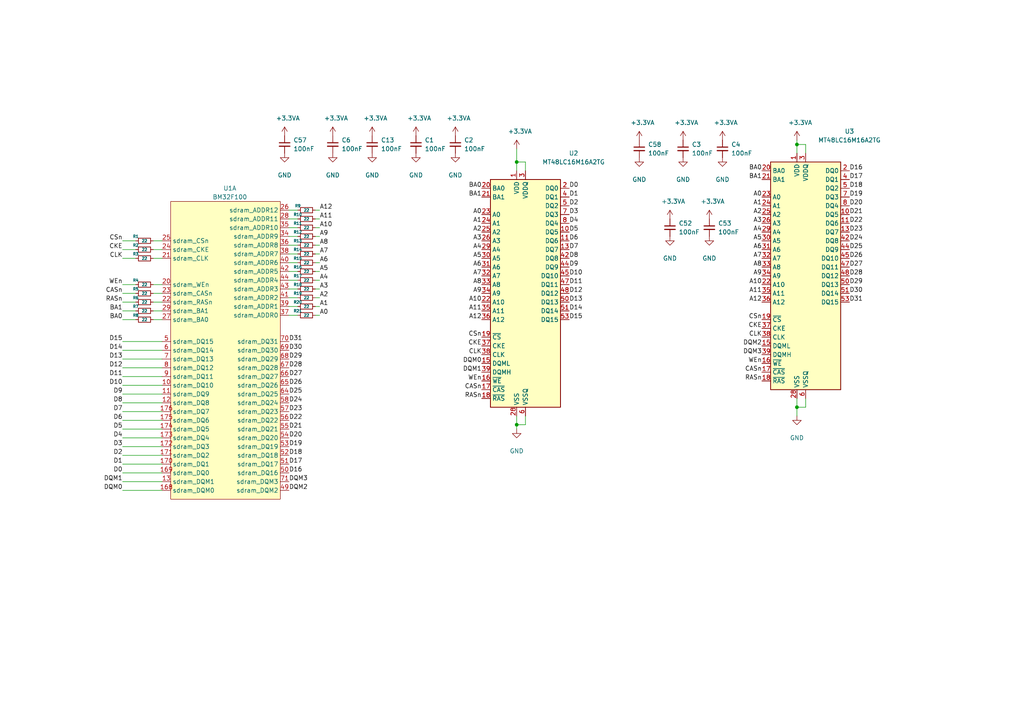
<source format=kicad_sch>
(kicad_sch (version 20211123) (generator eeschema)
  (paper "A4")
  (title_block (title "SDRAM Memory") (company "Drawn by t123yh") (comment 1 "Eval board for BM32F100"))
  (lib_symbols
    (symbol "Device:C_Small" (pin_numbers hide) (pin_names (offset 0.254) hide)
      (property "Reference" "C" (at 0.254 1.778 0))
      (property "Value" "C_Small" (at 0.254 -2.032 0))
      (symbol "C_Small_0_1"
        (polyline (pts (xy -1.524 -0.508) (xy 1.524 -0.508)) (stroke (width 0.3302)))
        (polyline (pts (xy -1.524 0.508) (xy 1.524 0.508)) (stroke (width 0.3048)))
      )
      (symbol "C_Small_1_1"
        (pin passive line (at 0 2.54 270) (length 2.032) (name "~") (number "1"))
        (pin passive line (at 0 -2.54 90) (length 2.032) (name "~") (number "2"))
      )
    )
    (symbol "Device:R_Small" (pin_numbers hide) (pin_names (offset 0.254) hide)
      (property "Reference" "R" (at 0.762 0.508 0))
      (property "Value" "R_Small" (at 0.762 -1.016 0))
      (symbol "R_Small_0_1"
        (rectangle (start -0.762 1.778) (end 0.762 -1.778) (stroke (width 0.2032)))
      )
      (symbol "R_Small_1_1"
        (pin passive line (at 0 2.54 270) (length 0.762) (name "~") (number "1"))
        (pin passive line (at 0 -2.54 90) (length 0.762) (name "~") (number "2"))
      )
    )
    (symbol "Memory_RAM:MT48LC16M16A2TG"
      (property "Reference" "U" (at -8.89 34.29 0))
      (property "Value" "MT48LC16M16A2TG" (at 8.89 34.29 0))
      (symbol "MT48LC16M16A2TG_0_1"
        (rectangle (start -10.16 33.02) (end 10.16 -33.02) (stroke (width 0.254)) (fill (type background)))
      )
      (symbol "MT48LC16M16A2TG_1_1"
        (pin power_in line (at -2.54 35.56 270) (length 2.54) (name "VDD") (number "1"))
        (pin bidirectional line (at 12.7 17.78 180) (length 2.54) (name "DQ5") (number "10"))
        (pin bidirectional line (at 12.7 15.24 180) (length 2.54) (name "DQ6") (number "11"))
        (pin passive line (at 0 -35.56 90) (length 2.54) hide (name "VSSQ") (number "12"))
        (pin bidirectional line (at 12.7 12.7 180) (length 2.54) (name "DQ7") (number "13"))
        (pin passive line (at -2.54 35.56 270) (length 2.54) hide (name "VDD") (number "14"))
        (pin input line (at -12.7 -20.32 0) (length 2.54) (name "DQML") (number "15"))
        (pin input line (at -12.7 -25.4 0) (length 2.54) (name "~{WE}") (number "16"))
        (pin input line (at -12.7 -27.94 0) (length 2.54) (name "~{CAS}") (number "17"))
        (pin input line (at -12.7 -30.48 0) (length 2.54) (name "~{RAS}") (number "18"))
        (pin input line (at -12.7 -12.7 0) (length 2.54) (name "~{CS}") (number "19"))
        (pin bidirectional line (at 12.7 30.48 180) (length 2.54) (name "DQ0") (number "2"))
        (pin input line (at -12.7 30.48 0) (length 2.54) (name "BA0") (number "20"))
        (pin input line (at -12.7 27.94 0) (length 2.54) (name "BA1") (number "21"))
        (pin input line (at -12.7 -2.54 0) (length 2.54) (name "A10") (number "22"))
        (pin input line (at -12.7 22.86 0) (length 2.54) (name "A0") (number "23"))
        (pin input line (at -12.7 20.32 0) (length 2.54) (name "A1") (number "24"))
        (pin input line (at -12.7 17.78 0) (length 2.54) (name "A2") (number "25"))
        (pin input line (at -12.7 15.24 0) (length 2.54) (name "A3") (number "26"))
        (pin passive line (at -2.54 35.56 270) (length 2.54) hide (name "VDD") (number "27"))
        (pin power_in line (at -2.54 -35.56 90) (length 2.54) (name "VSS") (number "28"))
        (pin input line (at -12.7 12.7 0) (length 2.54) (name "A4") (number "29"))
        (pin power_in line (at 0 35.56 270) (length 2.54) (name "VDDQ") (number "3"))
        (pin input line (at -12.7 10.16 0) (length 2.54) (name "A5") (number "30"))
        (pin input line (at -12.7 7.62 0) (length 2.54) (name "A6") (number "31"))
        (pin input line (at -12.7 5.08 0) (length 2.54) (name "A7") (number "32"))
        (pin input line (at -12.7 2.54 0) (length 2.54) (name "A8") (number "33"))
        (pin input line (at -12.7 0 0) (length 2.54) (name "A9") (number "34"))
        (pin input line (at -12.7 -5.08 0) (length 2.54) (name "A11") (number "35"))
        (pin input line (at -12.7 -7.62 0) (length 2.54) (name "A12") (number "36"))
        (pin input line (at -12.7 -15.24 0) (length 2.54) (name "CKE") (number "37"))
        (pin input line (at -12.7 -17.78 0) (length 2.54) (name "CLK") (number "38"))
        (pin input line (at -12.7 -22.86 0) (length 2.54) (name "DQMH") (number "39"))
        (pin bidirectional line (at 12.7 27.94 180) (length 2.54) (name "DQ1") (number "4"))
        (pin no_connect line (at 10.16 -20.32 180) (length 2.54) hide (name "NC") (number "40"))
        (pin passive line (at -2.54 -35.56 90) (length 2.54) hide (name "VSS") (number "41"))
        (pin bidirectional line (at 12.7 10.16 180) (length 2.54) (name "DQ8") (number "42"))
        (pin passive line (at 0 35.56 270) (length 2.54) hide (name "VDDQ") (number "43"))
        (pin bidirectional line (at 12.7 7.62 180) (length 2.54) (name "DQ9") (number "44"))
        (pin bidirectional line (at 12.7 5.08 180) (length 2.54) (name "DQ10") (number "45"))
        (pin passive line (at 0 -35.56 90) (length 2.54) hide (name "VSSQ") (number "46"))
        (pin bidirectional line (at 12.7 2.54 180) (length 2.54) (name "DQ11") (number "47"))
        (pin bidirectional line (at 12.7 0 180) (length 2.54) (name "DQ12") (number "48"))
        (pin passive line (at 0 35.56 270) (length 2.54) hide (name "VDDQ") (number "49"))
        (pin bidirectional line (at 12.7 25.4 180) (length 2.54) (name "DQ2") (number "5"))
        (pin bidirectional line (at 12.7 -2.54 180) (length 2.54) (name "DQ13") (number "50"))
        (pin bidirectional line (at 12.7 -5.08 180) (length 2.54) (name "DQ14") (number "51"))
        (pin passive line (at 0 -35.56 90) (length 2.54) hide (name "VSSQ") (number "52"))
        (pin bidirectional line (at 12.7 -7.62 180) (length 2.54) (name "DQ15") (number "53"))
        (pin passive line (at -2.54 -35.56 90) (length 2.54) hide (name "VSS") (number "54"))
        (pin power_in line (at 0 -35.56 90) (length 2.54) (name "VSSQ") (number "6"))
        (pin bidirectional line (at 12.7 22.86 180) (length 2.54) (name "DQ3") (number "7"))
        (pin bidirectional line (at 12.7 20.32 180) (length 2.54) (name "DQ4") (number "8"))
        (pin passive line (at 0 35.56 270) (length 2.54) hide (name "VDDQ") (number "9"))
      )
    )
    (symbol "power:+3.3VA" (power) (pin_names (offset 0))
      (property "Value" "+3.3VA" (at 0 3.556 0))
      (symbol "+3.3VA_0_1"
        (polyline (pts (xy -0.762 1.27) (xy 0 2.54)))
        (polyline (pts (xy 0 0) (xy 0 2.54)))
        (polyline (pts (xy 0 2.54) (xy 0.762 1.27)))
      )
      (symbol "+3.3VA_1_1"
        (pin power_in line (at 0 0 90) (length 0) hide (name "+3.3VA") (number "1"))
      )
    )
    (symbol "power:GND" (power) (pin_names (offset 0))
      (property "Value" "GND" (at 0 -3.81 0))
      (symbol "GND_0_1"
        (polyline (pts (xy 0 0) (xy 0 -1.27) (xy 1.27 -1.27) (xy 0 -2.54) (xy -1.27 -1.27) (xy 0 -1.27)))
      )
      (symbol "GND_1_1"
        (pin power_in line (at 0 0 270) (length 0) hide (name "GND") (number "1"))
      )
    )
    (symbol "t123yh_lib2:BM32F100"
      (property "Reference" "U" (at 0 7.62 0))
      (property "Value" "BM32F100" (at 0 5.08 0))
      (symbol "BM32F100_1_1"
        (rectangle (start -17.78 0) (end 13.97 -86.36) (stroke (width 0.1524)) (fill (type background)))
        (pin input line (at -20.32 -53.34 0) (length 2.54) (name "sdram_DQ10") (number "10"))
        (pin input line (at -20.32 -55.88 0) (length 2.54) (name "sdram_DQ9") (number "11"))
        (pin input line (at -20.32 -58.42 0) (length 2.54) (name "sdram_DQ8") (number "12"))
        (pin input line (at -20.32 -81.28 0) (length 2.54) (name "sdram_DQM1") (number "13"))
        (pin input line (at -20.32 -83.82 0) (length 2.54) (name "sdram_DQM0") (number "168"))
        (pin input line (at -20.32 -78.74 0) (length 2.54) (name "sdram_DQ0") (number "169"))
        (pin input line (at -20.32 -76.2 0) (length 2.54) (name "sdram_DQ1") (number "170"))
        (pin input line (at -20.32 -73.66 0) (length 2.54) (name "sdram_DQ2") (number "171"))
        (pin input line (at -20.32 -71.12 0) (length 2.54) (name "sdram_DQ3") (number "172"))
        (pin input line (at -20.32 -68.58 0) (length 2.54) (name "sdram_DQ4") (number "173"))
        (pin input line (at -20.32 -66.04 0) (length 2.54) (name "sdram_DQ5") (number "174"))
        (pin input line (at -20.32 -63.5 0) (length 2.54) (name "sdram_DQ6") (number "175"))
        (pin input line (at -20.32 -60.96 0) (length 2.54) (name "sdram_DQ7") (number "176"))
        (pin input line (at -20.32 -24.13 0) (length 2.54) (name "sdram_WEn") (number "20"))
        (pin input line (at -20.32 -16.51 0) (length 2.54) (name "sdram_CLK") (number "21"))
        (pin input line (at -20.32 -29.21 0) (length 2.54) (name "sdram_RASn") (number "22"))
        (pin input line (at -20.32 -26.67 0) (length 2.54) (name "sdram_CASn") (number "23"))
        (pin input line (at -20.32 -13.97 0) (length 2.54) (name "sdram_CKE") (number "24"))
        (pin input line (at -20.32 -11.43 0) (length 2.54) (name "sdram_CSn") (number "25"))
        (pin input line (at 16.51 -2.54 180) (length 2.54) (name "sdram_ADDR12") (number "26"))
        (pin input line (at -20.32 -34.29 0) (length 2.54) (name "sdram_BA0") (number "27"))
        (pin input line (at 16.51 -5.08 180) (length 2.54) (name "sdram_ADDR11") (number "28"))
        (pin input line (at -20.32 -31.75 0) (length 2.54) (name "sdram_BA1") (number "29"))
        (pin input line (at 16.51 -10.16 180) (length 2.54) (name "sdram_ADDR9") (number "34"))
        (pin input line (at 16.51 -7.62 180) (length 2.54) (name "sdram_ADDR10") (number "35"))
        (pin input line (at 16.51 -12.7 180) (length 2.54) (name "sdram_ADDR8") (number "36"))
        (pin input line (at 16.51 -33.02 180) (length 2.54) (name "sdram_ADDR0") (number "37"))
        (pin input line (at 16.51 -15.24 180) (length 2.54) (name "sdram_ADDR7") (number "38"))
        (pin input line (at 16.51 -30.48 180) (length 2.54) (name "sdram_ADDR1") (number "39"))
        (pin input line (at 16.51 -17.78 180) (length 2.54) (name "sdram_ADDR6") (number "40"))
        (pin input line (at 16.51 -27.94 180) (length 2.54) (name "sdram_ADDR2") (number "41"))
        (pin input line (at 16.51 -20.32 180) (length 2.54) (name "sdram_ADDR5") (number "42"))
        (pin input line (at 16.51 -25.4 180) (length 2.54) (name "sdram_ADDR3") (number "43"))
        (pin input line (at 16.51 -22.86 180) (length 2.54) (name "sdram_ADDR4") (number "44"))
        (pin input line (at 16.51 -83.82 180) (length 2.54) (name "sdram_DQM2") (number "49"))
        (pin input line (at -20.32 -40.64 0) (length 2.54) (name "sdram_DQ15") (number "5"))
        (pin input line (at 16.51 -78.74 180) (length 2.54) (name "sdram_DQ16") (number "50"))
        (pin input line (at 16.51 -76.2 180) (length 2.54) (name "sdram_DQ17") (number "51"))
        (pin input line (at 16.51 -73.66 180) (length 2.54) (name "sdram_DQ18") (number "52"))
        (pin input line (at 16.51 -71.12 180) (length 2.54) (name "sdram_DQ19") (number "53"))
        (pin input line (at 16.51 -68.58 180) (length 2.54) (name "sdram_DQ20") (number "54"))
        (pin input line (at 16.51 -66.04 180) (length 2.54) (name "sdram_DQ21") (number "55"))
        (pin input line (at 16.51 -63.5 180) (length 2.54) (name "sdram_DQ22") (number "56"))
        (pin input line (at 16.51 -60.96 180) (length 2.54) (name "sdram_DQ23") (number "57"))
        (pin input line (at 16.51 -58.42 180) (length 2.54) (name "sdram_DQ24") (number "58"))
        (pin input line (at -20.32 -43.18 0) (length 2.54) (name "sdram_DQ14") (number "6"))
        (pin input line (at 16.51 -55.88 180) (length 2.54) (name "sdram_DQ25") (number "64"))
        (pin input line (at 16.51 -53.34 180) (length 2.54) (name "sdram_DQ26") (number "65"))
        (pin input line (at 16.51 -50.8 180) (length 2.54) (name "sdram_DQ27") (number "66"))
        (pin input line (at 16.51 -48.26 180) (length 2.54) (name "sdram_DQ28") (number "67"))
        (pin input line (at 16.51 -45.72 180) (length 2.54) (name "sdram_DQ29") (number "68"))
        (pin input line (at 16.51 -43.18 180) (length 2.54) (name "sdram_DQ30") (number "69"))
        (pin input line (at -20.32 -45.72 0) (length 2.54) (name "sdram_DQ13") (number "7"))
        (pin input line (at 16.51 -40.64 180) (length 2.54) (name "sdram_DQ31") (number "70"))
        (pin input line (at 16.51 -81.28 180) (length 2.54) (name "sdram_DQM3") (number "71"))
        (pin input line (at -20.32 -48.26 0) (length 2.54) (name "sdram_DQ12") (number "8"))
        (pin input line (at -20.32 -50.8 0) (length 2.54) (name "sdram_DQ11") (number "9"))
      )
      (symbol "BM32F100_2_1"
        (rectangle (start -11.43 0) (end 10.16 -27.94) (stroke (width 0.1524)) (fill (type background)))
        (pin input line (at -13.97 -20.32 0) (length 2.54) (name "I2C_M_SCL") (number "120"))
        (pin input line (at -13.97 -22.86 0) (length 2.54) (name "I2C_M_SDA") (number "121"))
        (pin input line (at 12.7 -10.16 180) (length 2.54) (name "SPI_CLK") (number "142"))
        (pin input line (at 12.7 -17.78 180) (length 2.54) (name "SPI_CS0") (number "143"))
        (pin input line (at 12.7 -20.32 180) (length 2.54) (name "SPI_CS1") (number "144"))
        (pin input line (at 12.7 -22.86 180) (length 2.54) (name "SPI_CS2") (number "145"))
        (pin input line (at 12.7 -25.4 180) (length 2.54) (name "SPI_CS3") (number "146"))
        (pin input line (at 12.7 -15.24 180) (length 2.54) (name "SPI_MISO") (number "152"))
        (pin input line (at 12.7 -12.7 180) (length 2.54) (name "SPI_MOSI") (number "153"))
        (pin input line (at 12.7 -5.08 180) (length 2.54) (name "UART_RX") (number "72"))
        (pin input line (at 12.7 -2.54 180) (length 2.54) (name "UART_TX") (number "73"))
        (pin input line (at -13.97 -2.54 0) (length 2.54) (name "SD_DAT0") (number "78"))
        (pin input line (at -13.97 -5.08 0) (length 2.54) (name "SD_DAT1") (number "79"))
        (pin input line (at -13.97 -7.62 0) (length 2.54) (name "SD_DAT2") (number "80"))
        (pin input line (at -13.97 -10.16 0) (length 2.54) (name "SD_DAT3") (number "81"))
        (pin input line (at -13.97 -12.7 0) (length 2.54) (name "SD_CMD") (number "82"))
        (pin input line (at -13.97 -15.24 0) (length 2.54) (name "SD_CLK") (number "83"))
      )
      (symbol "BM32F100_3_1"
        (rectangle (start -11.43 0) (end 3.81 -33.02) (stroke (width 0.1524)) (fill (type background)))
        (pin input line (at 6.35 -22.86 180) (length 2.54) (name "ULPI_DAT7") (number "84"))
        (pin input line (at 6.35 -20.32 180) (length 2.54) (name "ULPI_DAT6") (number "85"))
        (pin input line (at 6.35 -17.78 180) (length 2.54) (name "ULPI_DAT5") (number "86"))
        (pin input line (at 6.35 -15.24 180) (length 2.54) (name "ULPI_DAT4") (number "87"))
        (pin input line (at 6.35 -12.7 180) (length 2.54) (name "ULPI_DAT3") (number "88"))
        (pin input line (at 6.35 -10.16 180) (length 2.54) (name "ULPI_DAT2") (number "93"))
        (pin input line (at 6.35 -7.62 180) (length 2.54) (name "ULPI_DAT1") (number "94"))
        (pin input line (at 6.35 -5.08 180) (length 2.54) (name "ULPI_DAT0") (number "95"))
        (pin input line (at 6.35 -30.48 180) (length 2.54) (name "ULPI_nxt") (number "96"))
        (pin input line (at 6.35 -2.54 180) (length 2.54) (name "ULPI_clk") (number "97"))
        (pin input line (at 6.35 -25.4 180) (length 2.54) (name "ULPI_dir") (number "98"))
        (pin input line (at 6.35 -27.94 180) (length 2.54) (name "ULPI_stp") (number "99"))
      )
      (symbol "BM32F100_4_1"
        (rectangle (start -10.16 0) (end 7.62 -33.02) (stroke (width 0.1524)) (fill (type background)))
        (pin input line (at 10.16 -5.08 180) (length 2.54) (name "RMII_TXD1") (number "154"))
        (pin input line (at 10.16 -2.54 180) (length 2.54) (name "RMII_TXD0") (number "155"))
        (pin input line (at 10.16 -7.62 180) (length 2.54) (name "RMII_TX_EN") (number "156"))
        (pin input line (at 10.16 -30.48 180) (length 2.54) (name "RMII_REF_CLK") (number "157"))
        (pin input line (at 10.16 -22.86 180) (length 2.54) (name "RMII_MDC") (number "158"))
        (pin input line (at 10.16 -20.32 180) (length 2.54) (name "RMII_MDIO") (number "159"))
        (pin input line (at 10.16 -15.24 180) (length 2.54) (name "RMII_RX_ERR") (number "160"))
        (pin input line (at 10.16 -17.78 180) (length 2.54) (name "RMII_CRS_RXDV") (number "161"))
        (pin input line (at 10.16 -10.16 180) (length 2.54) (name "RMII_RXD0") (number "166"))
        (pin input line (at 10.16 -12.7 180) (length 2.54) (name "RMII_RXD1") (number "167"))
      )
      (symbol "BM32F100_5_1"
        (rectangle (start -6.35 0) (end 8.89 -20.32) (stroke (width 0.1524)) (fill (type background)))
        (pin input line (at -8.89 -2.54 0) (length 2.54) (name "CLK_25m") (number "137"))
        (pin input line (at -8.89 -17.78 0) (length 2.54) (name "SYS_RSTn") (number "138"))
        (pin input line (at -8.89 -15.24 0) (length 2.54) (name "CTRL_RSTn") (number "139"))
        (pin input line (at -8.89 -10.16 0) (length 2.54) (name "I2C_C_SDA") (number "140"))
        (pin input line (at -8.89 -7.62 0) (length 2.54) (name "I2C_C_SCL") (number "141"))
      )
      (symbol "BM32F100_6_1"
        (rectangle (start -6.35 0) (end 5.08 -22.86) (stroke (width 0.1524)) (fill (type background)))
        (pin input line (at -8.89 -2.54 0) (length 2.54) (name "GPIO0") (number "103"))
        (pin input line (at -8.89 -5.08 0) (length 2.54) (name "GPIO1") (number "104"))
        (pin input line (at -8.89 -7.62 0) (length 2.54) (name "GPIO2") (number "105"))
        (pin input line (at -8.89 -10.16 0) (length 2.54) (name "GPIO3") (number "106"))
        (pin input line (at -8.89 -12.7 0) (length 2.54) (name "GPIO4") (number "111"))
        (pin input line (at -8.89 -15.24 0) (length 2.54) (name "GPIO5") (number "112"))
        (pin input line (at -8.89 -17.78 0) (length 2.54) (name "GPIO6") (number "113"))
        (pin input line (at -8.89 -20.32 0) (length 2.54) (name "GPIO7") (number "114"))
      )
      (symbol "BM32F100_7_1"
        (rectangle (start -3.81 0) (end 10.16 -25.4) (stroke (width 0.1524)) (fill (type background)))
        (pin input line (at -6.35 -2.54 0) (length 2.54) (name "DBG_CLK") (number "115"))
        (pin input line (at -6.35 -5.08 0) (length 2.54) (name "DBG_dat0") (number "116"))
        (pin input line (at -6.35 -7.62 0) (length 2.54) (name "DBG_dat1") (number "117"))
        (pin input line (at -6.35 -10.16 0) (length 2.54) (name "DBG_dat2") (number "118"))
        (pin input line (at -6.35 -12.7 0) (length 2.54) (name "DBG_dat3") (number "119"))
        (pin input line (at -6.35 -17.78 0) (length 2.54) (name "CPU_GRST") (number "122"))
        (pin input line (at -6.35 -20.32 0) (length 2.54) (name "CPU_RSTn") (number "123"))
        (pin input line (at -6.35 -22.86 0) (length 2.54) (name "SoC_RSTn") (number "124"))
      )
      (symbol "BM32F100_8_1"
        (rectangle (start -10.16 -1.27) (end 11.43 -82.55) (stroke (width 0.1524)) (fill (type background)))
        (pin input line (at -12.7 -77.47 0) (length 2.54) (name "VSSIO") (number "1"))
        (pin input line (at 13.97 -16.51 180) (length 2.54) (name "VDD") (number "107"))
        (pin input line (at -12.7 -29.21 0) (length 2.54) (name "VSS") (number "108"))
        (pin input line (at 13.97 -62.23 180) (length 2.54) (name "VDDIO") (number "109"))
        (pin input line (at -12.7 -31.75 0) (length 2.54) (name "VSSIO") (number "110"))
        (pin input line (at 13.97 -19.05 180) (length 2.54) (name "VDD") (number "125"))
        (pin input line (at -12.7 -34.29 0) (length 2.54) (name "VSS") (number "126"))
        (pin input line (at 13.97 -64.77 180) (length 2.54) (name "VDDIO") (number "127"))
        (pin input line (at -12.7 -36.83 0) (length 2.54) (name "VSSIO") (number "128"))
        (pin input line (at -12.7 -39.37 0) (length 2.54) (name "AVSS") (number "129"))
        (pin input line (at 13.97 -41.91 180) (length 2.54) (name "AVDD") (number "130"))
        (pin input line (at -12.7 -41.91 0) (length 2.54) (name "AVSS") (number "131"))
        (pin input line (at 13.97 -44.45 180) (length 2.54) (name "AVDD") (number "132"))
        (pin input line (at 13.97 -8.89 180) (length 2.54) (name "VDD") (number "133"))
        (pin input line (at -12.7 -19.05 0) (length 2.54) (name "VSS") (number "134"))
        (pin input line (at 13.97 -54.61 180) (length 2.54) (name "VDDIO") (number "135"))
        (pin input line (at -12.7 -16.51 0) (length 2.54) (name "VSSIO") (number "136"))
        (pin input line (at -12.7 -72.39 0) (length 2.54) (name "VSSIO") (number "14"))
        (pin input line (at 13.97 -6.35 180) (length 2.54) (name "VDD") (number "147"))
        (pin input line (at -12.7 -13.97 0) (length 2.54) (name "VSS") (number "148"))
        (pin input line (at -12.7 -11.43 0) (length 2.54) (name "VSS") (number "149"))
        (pin input line (at 13.97 -77.47 180) (length 2.54) (name "VDDIO") (number "15"))
        (pin input line (at 13.97 -52.07 180) (length 2.54) (name "VDDIO") (number "150"))
        (pin input line (at -12.7 -8.89 0) (length 2.54) (name "VSSIO") (number "151"))
        (pin input line (at -12.7 -69.85 0) (length 2.54) (name "VSS") (number "16"))
        (pin input line (at 13.97 -3.81 180) (length 2.54) (name "VDD") (number "162"))
        (pin input line (at -12.7 -6.35 0) (length 2.54) (name "VSS") (number "163"))
        (pin input line (at 13.97 -49.53 180) (length 2.54) (name "VDDIO") (number "164"))
        (pin input line (at -12.7 -3.81 0) (length 2.54) (name "VSSIO") (number "165"))
        (pin input line (at -12.7 -67.31 0) (length 2.54) (name "VSS") (number "17"))
        (pin input line (at 13.97 -34.29 180) (length 2.54) (name "VDD") (number "18"))
        (pin input line (at 13.97 -31.75 180) (length 2.54) (name "VDD") (number "19"))
        (pin input line (at 13.97 -80.01 180) (length 2.54) (name "VDDIO") (number "2"))
        (pin input line (at -12.7 -74.93 0) (length 2.54) (name "VSS") (number "3"))
        (pin input line (at -12.7 -64.77 0) (length 2.54) (name "VSS") (number "30"))
        (pin input line (at 13.97 -29.21 180) (length 2.54) (name "VDD") (number "31"))
        (pin input line (at -12.7 -62.23 0) (length 2.54) (name "VSSIO") (number "32"))
        (pin input line (at 13.97 -74.93 180) (length 2.54) (name "VDDIO") (number "33"))
        (pin input line (at 13.97 -36.83 180) (length 2.54) (name "VDD") (number "4"))
        (pin input line (at -12.7 -59.69 0) (length 2.54) (name "VSSIO") (number "45"))
        (pin input line (at 13.97 -72.39 180) (length 2.54) (name "VDDIO") (number "46"))
        (pin input line (at -12.7 -57.15 0) (length 2.54) (name "VSS") (number "47"))
        (pin input line (at 13.97 -26.67 180) (length 2.54) (name "VDD") (number "48"))
        (pin input line (at -12.7 -54.61 0) (length 2.54) (name "VSSIO") (number "59"))
        (pin input line (at 13.97 -69.85 180) (length 2.54) (name "VDDIO") (number "60"))
        (pin input line (at -12.7 -52.07 0) (length 2.54) (name "VSS") (number "61"))
        (pin input line (at -12.7 -49.53 0) (length 2.54) (name "VSS") (number "62"))
        (pin input line (at 13.97 -24.13 180) (length 2.54) (name "VDD") (number "63"))
        (pin input line (at -12.7 -46.99 0) (length 2.54) (name "VSSIO") (number "74"))
        (pin input line (at 13.97 -67.31 180) (length 2.54) (name "VDDIO") (number "75"))
        (pin input line (at -12.7 -44.45 0) (length 2.54) (name "VSS") (number "76"))
        (pin input line (at 13.97 -21.59 180) (length 2.54) (name "VDD") (number "77"))
        (pin input line (at 13.97 -11.43 180) (length 2.54) (name "VDD") (number "89"))
        (pin input line (at -12.7 -21.59 0) (length 2.54) (name "VSS") (number "90"))
        (pin input line (at 13.97 -57.15 180) (length 2.54) (name "VDDIO") (number "91"))
        (pin input line (at -12.7 -24.13 0) (length 2.54) (name "VSSIO") (number "92"))
      )
      (symbol "BM32F100_9_1"
        (rectangle (start 3.81 0) (end -11.43 -12.7) (stroke (width 0.1524)) (fill (type background)))
        (pin input line (at 6.35 -10.16 180) (length 2.54) (name "CDBUS_TX") (number "100"))
        (pin input line (at 6.35 -7.62 180) (length 2.54) (name "CDBUS_TX_EN") (number "101"))
        (pin input line (at 6.35 -2.54 180) (length 2.54) (name "CDBUS_RX") (number "102"))
      )
    )
  )
  (junction (at 149.86 46.99))
  (junction (at 149.86 123.19))
  (junction (at 231.14 41.91))
  (junction (at 231.14 118.11))
  (wire (pts (xy 233.68 118.11) (xy 231.14 118.11)))
  (wire (pts (xy 35.56 142.24) (xy 46.99 142.24)))
  (wire (pts (xy 83.82 71.12) (xy 86.36 71.12)))
  (wire (pts (xy 231.14 115.57) (xy 231.14 118.11)))
  (wire (pts (xy 83.82 78.74) (xy 86.36 78.74)))
  (wire (pts (xy 44.45 87.63) (xy 46.99 87.63)))
  (wire (pts (xy 44.45 92.71) (xy 46.99 92.71)))
  (wire (pts (xy 91.44 78.74) (xy 92.71 78.74)))
  (wire (pts (xy 91.44 76.2) (xy 92.71 76.2)))
  (wire (pts (xy 152.4 123.19) (xy 149.86 123.19)))
  (wire (pts (xy 233.68 44.45) (xy 233.68 41.91)))
  (wire (pts (xy 149.86 43.18) (xy 149.86 46.99)))
  (wire (pts (xy 231.14 41.91) (xy 233.68 41.91)))
  (wire (pts (xy 83.82 73.66) (xy 86.36 73.66)))
  (wire (pts (xy 149.86 46.99) (xy 149.86 49.53)))
  (wire (pts (xy 35.56 74.93) (xy 39.37 74.93)))
  (wire (pts (xy 35.56 92.71) (xy 39.37 92.71)))
  (wire (pts (xy 35.56 116.84) (xy 46.99 116.84)))
  (wire (pts (xy 91.44 73.66) (xy 92.71 73.66)))
  (wire (pts (xy 83.82 83.82) (xy 86.36 83.82)))
  (wire (pts (xy 83.82 81.28) (xy 86.36 81.28)))
  (wire (pts (xy 35.56 134.62) (xy 46.99 134.62)))
  (wire (pts (xy 231.14 118.11) (xy 231.14 120.65)))
  (wire (pts (xy 35.56 127) (xy 46.99 127)))
  (wire (pts (xy 83.82 88.9) (xy 86.36 88.9)))
  (wire (pts (xy 91.44 71.12) (xy 92.71 71.12)))
  (wire (pts (xy 91.44 88.9) (xy 92.71 88.9)))
  (wire (pts (xy 83.82 60.96) (xy 86.36 60.96)))
  (wire (pts (xy 91.44 63.5) (xy 92.71 63.5)))
  (wire (pts (xy 233.68 115.57) (xy 233.68 118.11)))
  (wire (pts (xy 91.44 83.82) (xy 92.71 83.82)))
  (wire (pts (xy 44.45 82.55) (xy 46.99 82.55)))
  (wire (pts (xy 83.82 66.04) (xy 86.36 66.04)))
  (wire (pts (xy 35.56 119.38) (xy 46.99 119.38)))
  (wire (pts (xy 35.56 87.63) (xy 39.37 87.63)))
  (wire (pts (xy 35.56 106.68) (xy 46.99 106.68)))
  (wire (pts (xy 44.45 85.09) (xy 46.99 85.09)))
  (wire (pts (xy 83.82 86.36) (xy 86.36 86.36)))
  (wire (pts (xy 35.56 72.39) (xy 39.37 72.39)))
  (wire (pts (xy 35.56 69.85) (xy 39.37 69.85)))
  (wire (pts (xy 35.56 139.7) (xy 46.99 139.7)))
  (wire (pts (xy 91.44 60.96) (xy 92.71 60.96)))
  (wire (pts (xy 83.82 63.5) (xy 86.36 63.5)))
  (wire (pts (xy 44.45 90.17) (xy 46.99 90.17)))
  (wire (pts (xy 35.56 129.54) (xy 46.99 129.54)))
  (wire (pts (xy 35.56 104.14) (xy 46.99 104.14)))
  (wire (pts (xy 44.45 69.85) (xy 46.99 69.85)))
  (wire (pts (xy 35.56 99.06) (xy 46.99 99.06)))
  (wire (pts (xy 83.82 76.2) (xy 86.36 76.2)))
  (wire (pts (xy 35.56 121.92) (xy 46.99 121.92)))
  (wire (pts (xy 35.56 132.08) (xy 46.99 132.08)))
  (wire (pts (xy 91.44 86.36) (xy 92.71 86.36)))
  (wire (pts (xy 35.56 85.09) (xy 39.37 85.09)))
  (wire (pts (xy 149.86 120.65) (xy 149.86 123.19)))
  (wire (pts (xy 35.56 82.55) (xy 39.37 82.55)))
  (wire (pts (xy 91.44 91.44) (xy 92.71 91.44)))
  (wire (pts (xy 231.14 40.64) (xy 231.14 41.91)))
  (wire (pts (xy 35.56 90.17) (xy 39.37 90.17)))
  (wire (pts (xy 44.45 74.93) (xy 46.99 74.93)))
  (wire (pts (xy 152.4 49.53) (xy 152.4 46.99)))
  (wire (pts (xy 149.86 123.19) (xy 149.86 124.46)))
  (wire (pts (xy 231.14 41.91) (xy 231.14 44.45)))
  (wire (pts (xy 91.44 81.28) (xy 92.71 81.28)))
  (wire (pts (xy 152.4 120.65) (xy 152.4 123.19)))
  (wire (pts (xy 35.56 114.3) (xy 46.99 114.3)))
  (wire (pts (xy 91.44 66.04) (xy 92.71 66.04)))
  (wire (pts (xy 152.4 46.99) (xy 149.86 46.99)))
  (wire (pts (xy 35.56 137.16) (xy 46.99 137.16)))
  (wire (pts (xy 44.45 72.39) (xy 46.99 72.39)))
  (wire (pts (xy 35.56 111.76) (xy 46.99 111.76)))
  (wire (pts (xy 83.82 68.58) (xy 86.36 68.58)))
  (wire (pts (xy 91.44 68.58) (xy 92.71 68.58)))
  (wire (pts (xy 83.82 91.44) (xy 86.36 91.44)))
  (wire (pts (xy 35.56 101.6) (xy 46.99 101.6)))
  (wire (pts (xy 35.56 124.46) (xy 46.99 124.46)))
  (wire (pts (xy 35.56 109.22) (xy 46.99 109.22)))
  (label "D3" (at 165.1 62.23 0))
  (label "BA1" (at 220.98 52.07 180))
  (label "CKE" (at 139.7 100.33 180))
  (label "D27" (at 246.38 77.47 0))
  (label "WEn" (at 139.7 110.49 180))
  (label "D15" (at 165.1 92.71 0))
  (label "D3" (at 35.56 129.54 180))
  (label "D2" (at 35.56 132.08 180))
  (label "A9" (at 220.98 80.01 180))
  (label "A0" (at 92.71 91.44 0))
  (label "D25" (at 246.38 72.39 0))
  (label "D8" (at 35.56 116.84 180))
  (label "CSn" (at 220.98 92.71 180))
  (label "CASn" (at 220.98 107.95 180))
  (label "D26" (at 83.82 111.76 0))
  (label "D15" (at 35.56 99.06 180))
  (label "D21" (at 83.82 124.46 0))
  (label "A12" (at 92.71 60.96 0))
  (label "D7" (at 165.1 72.39 0))
  (label "D31" (at 246.38 87.63 0))
  (label "D5" (at 35.56 124.46 180))
  (label "D17" (at 246.38 52.07 0))
  (label "A4" (at 220.98 67.31 180))
  (label "A7" (at 220.98 74.93 180))
  (label "D27" (at 83.82 109.22 0))
  (label "D26" (at 246.38 74.93 0))
  (label "D1" (at 165.1 57.15 0))
  (label "A6" (at 220.98 72.39 180))
  (label "D23" (at 83.82 119.38 0))
  (label "D13" (at 35.56 104.14 180))
  (label "A2" (at 92.71 86.36 0))
  (label "D2" (at 165.1 59.69 0))
  (label "D9" (at 165.1 77.47 0))
  (label "D11" (at 165.1 82.55 0))
  (label "D30" (at 246.38 85.09 0))
  (label "D30" (at 83.82 101.6 0))
  (label "A0" (at 139.7 62.23 180))
  (label "D23" (at 246.38 67.31 0))
  (label "D6" (at 165.1 69.85 0))
  (label "BA1" (at 35.56 90.17 180))
  (label "D11" (at 35.56 109.22 180))
  (label "D10" (at 35.56 111.76 180))
  (label "D28" (at 246.38 80.01 0))
  (label "D21" (at 246.38 62.23 0))
  (label "CSn" (at 139.7 97.79 180))
  (label "DQM1" (at 139.7 107.95 180))
  (label "DQM3" (at 220.98 102.87 180))
  (label "RASn" (at 139.7 115.57 180))
  (label "D4" (at 35.56 127 180))
  (label "D5" (at 165.1 67.31 0))
  (label "D12" (at 35.56 106.68 180))
  (label "D18" (at 246.38 54.61 0))
  (label "RASn" (at 35.56 87.63 180))
  (label "A1" (at 139.7 64.77 180))
  (label "D22" (at 246.38 64.77 0))
  (label "CLK" (at 139.7 102.87 180))
  (label "D19" (at 83.82 129.54 0))
  (label "A2" (at 220.98 62.23 180))
  (label "A12" (at 220.98 87.63 180))
  (label "A1" (at 92.71 88.9 0))
  (label "A3" (at 220.98 64.77 180))
  (label "A0" (at 220.98 57.15 180))
  (label "BA0" (at 220.98 49.53 180))
  (label "A7" (at 92.71 73.66 0))
  (label "A6" (at 139.7 77.47 180))
  (label "DQM2" (at 220.98 100.33 180))
  (label "D10" (at 165.1 80.01 0))
  (label "A6" (at 92.71 76.2 0))
  (label "CKE" (at 220.98 95.25 180))
  (label "A8" (at 92.71 71.12 0))
  (label "D24" (at 246.38 69.85 0))
  (label "D14" (at 35.56 101.6 180))
  (label "DQM1" (at 35.56 139.7 180))
  (label "A11" (at 220.98 85.09 180))
  (label "A3" (at 139.7 69.85 180))
  (label "D19" (at 246.38 57.15 0))
  (label "A10" (at 92.71 66.04 0))
  (label "A5" (at 92.71 78.74 0))
  (label "CKE" (at 35.56 72.39 180))
  (label "A10" (at 220.98 82.55 180))
  (label "D20" (at 246.38 59.69 0))
  (label "BA1" (at 139.7 57.15 180))
  (label "CASn" (at 139.7 113.03 180))
  (label "D20" (at 83.82 127 0))
  (label "CLK" (at 220.98 97.79 180))
  (label "A2" (at 139.7 67.31 180))
  (label "CSn" (at 35.56 69.85 180))
  (label "A8" (at 139.7 82.55 180))
  (label "D9" (at 35.56 114.3 180))
  (label "WEn" (at 35.56 82.55 180))
  (label "D12" (at 165.1 85.09 0))
  (label "D1" (at 35.56 134.62 180))
  (label "D31" (at 83.82 99.06 0))
  (label "D25" (at 83.82 114.3 0))
  (label "CLK" (at 35.56 74.93 180))
  (label "A10" (at 139.7 87.63 180))
  (label "D29" (at 246.38 82.55 0))
  (label "A4" (at 92.71 81.28 0))
  (label "D4" (at 165.1 64.77 0))
  (label "D17" (at 83.82 134.62 0))
  (label "A8" (at 220.98 77.47 180))
  (label "D28" (at 83.82 106.68 0))
  (label "RASn" (at 220.98 110.49 180))
  (label "D8" (at 165.1 74.93 0))
  (label "D13" (at 165.1 87.63 0))
  (label "DQM0" (at 35.56 142.24 180))
  (label "DQM2" (at 83.82 142.24 0))
  (label "A12" (at 139.7 92.71 180))
  (label "A7" (at 139.7 80.01 180))
  (label "A3" (at 92.71 83.82 0))
  (label "A5" (at 139.7 74.93 180))
  (label "D22" (at 83.82 121.92 0))
  (label "A5" (at 220.98 69.85 180))
  (label "D6" (at 35.56 121.92 180))
  (label "D7" (at 35.56 119.38 180))
  (label "CASn" (at 35.56 85.09 180))
  (label "D0" (at 165.1 54.61 0))
  (label "A1" (at 220.98 59.69 180))
  (label "A4" (at 139.7 72.39 180))
  (label "D18" (at 83.82 132.08 0))
  (label "BA0" (at 35.56 92.71 180))
  (label "A9" (at 139.7 85.09 180))
  (label "D0" (at 35.56 137.16 180))
  (label "A9" (at 92.71 68.58 0))
  (label "DQM0" (at 139.7 105.41 180))
  (label "BA0" (at 139.7 54.61 180))
  (label "D16" (at 246.38 49.53 0))
  (label "DQM3" (at 83.82 139.7 0))
  (label "D29" (at 83.82 104.14 0))
  (label "D14" (at 165.1 90.17 0))
  (label "WEn" (at 220.98 105.41 180))
  (label "D24" (at 83.82 116.84 0))
  (label "D16" (at 83.82 137.16 0))
  (label "A11" (at 139.7 90.17 180))
  (label "A11" (at 92.71 63.5 0))
  (symbol (lib_id "Device:R_Small") (at 41.91 69.85 90) (unit 1)
    (property "Reference" "R1" (at 39.37 68.58 90) (effects (font (size 0.8 0.8))))
    (property "Value" "22" (at 41.91 69.85 90) (effects (font (size 0.8 0.8))))
    (property "Footprint" "lc:0402_R" (effects hide))
  )
  (symbol (lib_id "Device:C_Small") (at 107.95 41.91 0) (unit 1)
    (property "Reference" "C13" (at 110.49 40.6399 0) (effects (justify left)))
    (property "Value" "100nF" (at 110.49 43.1799 0) (effects (justify left)))
    (property "Footprint" "lc:0402_C" (effects hide))
  )
  (symbol (lib_id "Device:C_Small") (at 205.74 66.04 0) (unit 1)
    (property "Reference" "C53" (at 208.28 64.7699 0) (effects (justify left)))
    (property "Value" "100nF" (at 208.28 67.3099 0) (effects (justify left)))
    (property "Footprint" "lc:0402_C" (effects hide))
  )
  (symbol (lib_id "power:+3.3VA") (at 96.52 39.37 0) (unit 1)
    (property "Reference" "#PWR015" (effects hide))
    (property "Value" "+3.3VA" (at 93.98 34.29 0) (effects (justify left)))
  )
  (symbol (lib_id "Device:R_Small") (at 88.9 78.74 90) (unit 1)
    (property "Reference" "R16" (at 86.36 77.47 90) (effects (font (size 0.8 0.8))))
    (property "Value" "22" (at 88.9 78.74 90) (effects (font (size 0.8 0.8))))
    (property "Footprint" "lc:0402_R" (effects hide))
  )
  (symbol (lib_id "power:GND") (at 205.74 68.58 0) (unit 1)
    (property "Reference" "#PWR0147" (effects hide))
    (property "Value" "GND" (at 205.74 74.93 0))
  )
  (symbol (lib_id "power:+3.3VA") (at 120.65 39.37 0) (unit 1)
    (property "Reference" "#PWR01" (effects hide))
    (property "Value" "+3.3VA" (at 118.11 34.29 0) (effects (justify left)))
  )
  (symbol (lib_id "power:+3.3VA") (at 107.95 39.37 0) (unit 1)
    (property "Reference" "#PWR017" (effects hide))
    (property "Value" "+3.3VA" (at 105.41 34.29 0) (effects (justify left)))
  )
  (symbol (lib_id "power:GND") (at 185.42 45.72 0) (unit 1)
    (property "Reference" "#PWR0151" (effects hide))
    (property "Value" "GND" (at 185.42 52.07 0))
  )
  (symbol (lib_id "power:GND") (at 149.86 124.46 0) (unit 1)
    (property "Reference" "#PWR0101" (effects hide))
    (property "Value" "GND" (at 149.86 130.81 0))
  )
  (symbol (lib_id "Device:R_Small") (at 88.9 76.2 90) (unit 1)
    (property "Reference" "R15" (at 86.36 74.93 90) (effects (font (size 0.8 0.8))))
    (property "Value" "22" (at 88.9 76.2 90) (effects (font (size 0.8 0.8))))
    (property "Footprint" "lc:0402_R" (effects hide))
  )
  (symbol (lib_id "Device:C_Small") (at 82.55 41.91 0) (unit 1)
    (property "Reference" "C57" (at 85.09 40.6399 0) (effects (justify left)))
    (property "Value" "100nF" (at 85.09 43.1799 0) (effects (justify left)))
    (property "Footprint" "lc:0402_C" (effects hide))
  )
  (symbol (lib_id "Memory_RAM:MT48LC16M16A2TG") (at 152.4 85.09 0) (unit 1)
    (property "Reference" "U2" (at 166.37 44.45 0))
    (property "Value" "MT48LC16M16A2TG" (at 166.37 46.99 0))
    (property "Footprint" "Package_SO:TSOP-II-54_22.2x10.16mm_P0.8mm" (effects hide))
    (property "Datasheet" "https://www.micron.com/-/media/client/global/documents/products/data-sheet/dram/256mb_sdr.pdf" (effects hide))
  )
  (symbol (lib_id "Device:R_Small") (at 41.91 87.63 90) (unit 1)
    (property "Reference" "R6" (at 39.37 86.36 90) (effects (font (size 0.8 0.8))))
    (property "Value" "22" (at 41.91 87.63 90) (effects (font (size 0.8 0.8))))
    (property "Footprint" "lc:0402_R" (effects hide))
  )
  (symbol (lib_id "Device:R_Small") (at 41.91 82.55 90) (unit 1)
    (property "Reference" "R4" (at 39.37 81.28 90) (effects (font (size 0.8 0.8))))
    (property "Value" "22" (at 41.91 82.55 90) (effects (font (size 0.8 0.8))))
    (property "Footprint" "lc:0402_R" (effects hide))
  )
  (symbol (lib_id "power:+3.3VA") (at 198.12 40.64 0) (unit 1)
    (property "Reference" "#PWR04" (effects hide))
    (property "Value" "+3.3VA" (at 195.58 35.56 0) (effects (justify left)))
  )
  (symbol (lib_id "Device:C_Small") (at 132.08 41.91 0) (unit 1)
    (property "Reference" "C2" (at 134.62 40.6399 0) (effects (justify left)))
    (property "Value" "100nF" (at 134.62 43.1799 0) (effects (justify left)))
    (property "Footprint" "lc:0402_C" (effects hide))
  )
  (symbol (lib_id "Device:C_Small") (at 198.12 43.18 0) (unit 1)
    (property "Reference" "C3" (at 200.66 41.9099 0) (effects (justify left)))
    (property "Value" "100nF" (at 200.66 44.4499 0) (effects (justify left)))
    (property "Footprint" "lc:0402_C" (effects hide))
  )
  (symbol (lib_id "Device:C_Small") (at 209.55 43.18 0) (unit 1)
    (property "Reference" "C4" (at 212.09 41.9099 0) (effects (justify left)))
    (property "Value" "100nF" (at 212.09 44.4499 0) (effects (justify left)))
    (property "Footprint" "lc:0402_C" (effects hide))
  )
  (symbol (lib_id "Memory_RAM:MT48LC16M16A2TG") (at 233.68 80.01 0) (unit 1)
    (property "Reference" "U3" (at 246.38 38.1 0))
    (property "Value" "MT48LC16M16A2TG" (at 246.38 40.64 0))
    (property "Footprint" "Package_SO:TSOP-II-54_22.2x10.16mm_P0.8mm" (effects hide))
    (property "Datasheet" "https://www.micron.com/-/media/client/global/documents/products/data-sheet/dram/256mb_sdr.pdf" (effects hide))
  )
  (symbol (lib_id "power:GND") (at 132.08 44.45 0) (unit 1)
    (property "Reference" "#PWR0110" (effects hide))
    (property "Value" "GND" (at 132.08 50.8 0))
  )
  (symbol (lib_id "Device:C_Small") (at 194.31 66.04 0) (unit 1)
    (property "Reference" "C52" (at 196.85 64.7699 0) (effects (justify left)))
    (property "Value" "100nF" (at 196.85 67.3099 0) (effects (justify left)))
    (property "Footprint" "lc:0402_C" (effects hide))
  )
  (symbol (lib_id "t123yh_lib2:BM32F100") (at 67.31 58.42 0) (unit 1)
    (property "Reference" "U1" (at 66.675 54.61 0))
    (property "Value" "BM32F100" (at 66.675 57.15 0))
    (property "Footprint" "Package_QFP:VQFP-176_20x20mm_P0.4mm" (effects hide))
  )
  (symbol (lib_id "Device:R_Small") (at 41.91 85.09 90) (unit 1)
    (property "Reference" "R5" (at 39.37 83.82 90) (effects (font (size 0.8 0.8))))
    (property "Value" "22" (at 41.91 85.09 90) (effects (font (size 0.8 0.8))))
    (property "Footprint" "lc:0402_R" (effects hide))
  )
  (symbol (lib_id "Device:R_Small") (at 88.9 88.9 90) (unit 1)
    (property "Reference" "R20" (at 86.36 87.63 90) (effects (font (size 0.8 0.8))))
    (property "Value" "22" (at 88.9 88.9 90) (effects (font (size 0.8 0.8))))
    (property "Footprint" "lc:0402_R" (effects hide))
  )
  (symbol (lib_id "power:+3.3VA") (at 209.55 40.64 0) (unit 1)
    (property "Reference" "#PWR05" (effects hide))
    (property "Value" "+3.3VA" (at 207.01 35.56 0) (effects (justify left)))
  )
  (symbol (lib_id "power:GND") (at 82.55 44.45 0) (unit 1)
    (property "Reference" "#PWR0149" (effects hide))
    (property "Value" "GND" (at 82.55 50.8 0))
  )
  (symbol (lib_id "power:+3.3VA") (at 194.31 63.5 0) (unit 1)
    (property "Reference" "#PWR024" (effects hide))
    (property "Value" "+3.3VA" (at 191.77 58.42 0) (effects (justify left)))
  )
  (symbol (lib_id "power:GND") (at 198.12 45.72 0) (unit 1)
    (property "Reference" "#PWR0107" (effects hide))
    (property "Value" "GND" (at 198.12 52.07 0))
  )
  (symbol (lib_id "Device:R_Small") (at 88.9 66.04 90) (unit 1)
    (property "Reference" "R11" (at 86.36 64.77 90) (effects (font (size 0.8 0.8))))
    (property "Value" "22" (at 88.9 66.04 90) (effects (font (size 0.8 0.8))))
    (property "Footprint" "lc:0402_R" (effects hide))
  )
  (symbol (lib_id "Device:R_Small") (at 41.91 74.93 90) (unit 1)
    (property "Reference" "R3" (at 39.37 73.66 90) (effects (font (size 0.8 0.8))))
    (property "Value" "22" (at 41.91 74.93 90) (effects (font (size 0.8 0.8))))
    (property "Footprint" "lc:0402_R" (effects hide))
  )
  (symbol (lib_id "Device:R_Small") (at 88.9 71.12 90) (unit 1)
    (property "Reference" "R13" (at 86.36 69.85 90) (effects (font (size 0.8 0.8))))
    (property "Value" "22" (at 88.9 71.12 90) (effects (font (size 0.8 0.8))))
    (property "Footprint" "lc:0402_R" (effects hide))
  )
  (symbol (lib_id "power:+3.3VA") (at 231.14 40.64 0) (unit 1)
    (property "Reference" "#PWR06" (effects hide))
    (property "Value" "+3.3VA" (at 228.6 35.56 0) (effects (justify left)))
  )
  (symbol (lib_id "Device:R_Small") (at 41.91 90.17 90) (unit 1)
    (property "Reference" "R7" (at 39.37 88.9 90) (effects (font (size 0.8 0.8))))
    (property "Value" "22" (at 41.91 90.17 90) (effects (font (size 0.8 0.8))))
    (property "Footprint" "lc:0402_R" (effects hide))
  )
  (symbol (lib_id "Device:R_Small") (at 41.91 92.71 90) (unit 1)
    (property "Reference" "R8" (at 39.37 91.44 90) (effects (font (size 0.8 0.8))))
    (property "Value" "22" (at 41.91 92.71 90) (effects (font (size 0.8 0.8))))
    (property "Footprint" "lc:0402_R" (effects hide))
  )
  (symbol (lib_id "power:GND") (at 194.31 68.58 0) (unit 1)
    (property "Reference" "#PWR025" (effects hide))
    (property "Value" "GND" (at 194.31 74.93 0))
  )
  (symbol (lib_id "power:GND") (at 231.14 120.65 0) (unit 1)
    (property "Reference" "#PWR0112" (effects hide))
    (property "Value" "GND" (at 231.14 127 0))
  )
  (symbol (lib_id "power:+3.3VA") (at 82.55 39.37 0) (unit 1)
    (property "Reference" "#PWR0148" (effects hide))
    (property "Value" "+3.3VA" (at 80.01 34.29 0) (effects (justify left)))
  )
  (symbol (lib_id "power:GND") (at 96.52 44.45 0) (unit 1)
    (property "Reference" "#PWR016" (effects hide))
    (property "Value" "GND" (at 96.52 50.8 0))
  )
  (symbol (lib_id "Device:C_Small") (at 185.42 43.18 0) (unit 1)
    (property "Reference" "C58" (at 187.96 41.9099 0) (effects (justify left)))
    (property "Value" "100nF" (at 187.96 44.4499 0) (effects (justify left)))
    (property "Footprint" "lc:0402_C" (effects hide))
  )
  (symbol (lib_id "Device:R_Small") (at 88.9 73.66 90) (unit 1)
    (property "Reference" "R14" (at 86.36 72.39 90) (effects (font (size 0.8 0.8))))
    (property "Value" "22" (at 88.9 73.66 90) (effects (font (size 0.8 0.8))))
    (property "Footprint" "lc:0402_R" (effects hide))
  )
  (symbol (lib_id "Device:C_Small") (at 120.65 41.91 0) (unit 1)
    (property "Reference" "C1" (at 123.19 40.6399 0) (effects (justify left)))
    (property "Value" "100nF" (at 123.19 43.1799 0) (effects (justify left)))
    (property "Footprint" "lc:0402_C" (effects hide))
  )
  (symbol (lib_id "Device:R_Small") (at 88.9 63.5 90) (unit 1)
    (property "Reference" "R10" (at 86.36 62.23 90) (effects (font (size 0.8 0.8))))
    (property "Value" "22" (at 88.9 63.5 90) (effects (font (size 0.8 0.8))))
    (property "Footprint" "lc:0402_R" (effects hide))
  )
  (symbol (lib_id "Device:R_Small") (at 88.9 91.44 90) (unit 1)
    (property "Reference" "R21" (at 86.36 90.17 90) (effects (font (size 0.8 0.8))))
    (property "Value" "22" (at 88.9 91.44 90) (effects (font (size 0.8 0.8))))
    (property "Footprint" "lc:0402_R" (effects hide))
  )
  (symbol (lib_id "Device:R_Small") (at 88.9 83.82 90) (unit 1)
    (property "Reference" "R18" (at 86.36 82.55 90) (effects (font (size 0.8 0.8))))
    (property "Value" "22" (at 88.9 83.82 90) (effects (font (size 0.8 0.8))))
    (property "Footprint" "lc:0402_R" (effects hide))
  )
  (symbol (lib_id "power:+3.3VA") (at 185.42 40.64 0) (unit 1)
    (property "Reference" "#PWR0150" (effects hide))
    (property "Value" "+3.3VA" (at 182.88 35.56 0) (effects (justify left)))
  )
  (symbol (lib_id "Device:R_Small") (at 88.9 81.28 90) (unit 1)
    (property "Reference" "R17" (at 86.36 80.01 90) (effects (font (size 0.8 0.8))))
    (property "Value" "22" (at 88.9 81.28 90) (effects (font (size 0.8 0.8))))
    (property "Footprint" "lc:0402_R" (effects hide))
  )
  (symbol (lib_id "Device:C_Small") (at 96.52 41.91 0) (unit 1)
    (property "Reference" "C6" (at 99.06 40.6399 0) (effects (justify left)))
    (property "Value" "100nF" (at 99.06 43.1799 0) (effects (justify left)))
    (property "Footprint" "lc:0402_C" (effects hide))
  )
  (symbol (lib_id "power:GND") (at 209.55 45.72 0) (unit 1)
    (property "Reference" "#PWR0105" (effects hide))
    (property "Value" "GND" (at 209.55 52.07 0))
  )
  (symbol (lib_id "power:GND") (at 107.95 44.45 0) (unit 1)
    (property "Reference" "#PWR019" (effects hide))
    (property "Value" "GND" (at 107.95 50.8 0))
  )
  (symbol (lib_id "power:GND") (at 120.65 44.45 0) (unit 1)
    (property "Reference" "#PWR0102" (effects hide))
    (property "Value" "GND" (at 120.65 50.8 0))
  )
  (symbol (lib_id "Device:R_Small") (at 88.9 68.58 90) (unit 1)
    (property "Reference" "R12" (at 86.36 67.31 90) (effects (font (size 0.8 0.8))))
    (property "Value" "22" (at 88.9 68.58 90) (effects (font (size 0.8 0.8))))
    (property "Footprint" "lc:0402_R" (effects hide))
  )
  (symbol (lib_id "Device:R_Small") (at 41.91 72.39 90) (unit 1)
    (property "Reference" "R2" (at 39.37 71.12 90) (effects (font (size 0.8 0.8))))
    (property "Value" "22" (at 41.91 72.39 90) (effects (font (size 0.8 0.8))))
    (property "Footprint" "lc:0402_R" (effects hide))
  )
  (symbol (lib_id "power:+3.3VA") (at 205.74 63.5 0) (unit 1)
    (property "Reference" "#PWR082" (effects hide))
    (property "Value" "+3.3VA" (at 203.2 58.42 0) (effects (justify left)))
  )
  (symbol (lib_id "power:+3.3VA") (at 132.08 39.37 0) (unit 1)
    (property "Reference" "#PWR02" (effects hide))
    (property "Value" "+3.3VA" (at 129.54 34.29 0) (effects (justify left)))
  )
  (symbol (lib_id "Device:R_Small") (at 88.9 60.96 90) (unit 1)
    (property "Reference" "R9" (at 86.36 59.69 90) (effects (font (size 0.8 0.8))))
    (property "Value" "22" (at 88.9 60.96 90) (effects (font (size 0.8 0.8))))
    (property "Footprint" "lc:0402_R" (effects hide))
  )
  (symbol (lib_id "power:+3.3VA") (at 149.86 43.18 0) (unit 1)
    (property "Reference" "#PWR03" (effects hide))
    (property "Value" "+3.3VA" (at 147.32 38.1 0) (effects (justify left)))
  )
  (symbol (lib_id "Device:R_Small") (at 88.9 86.36 90) (unit 1)
    (property "Reference" "R19" (at 86.36 85.09 90) (effects (font (size 0.8 0.8))))
    (property "Value" "22" (at 88.9 86.36 90) (effects (font (size 0.8 0.8))))
    (property "Footprint" "lc:0402_R" (effects hide))
  )
)
</source>
